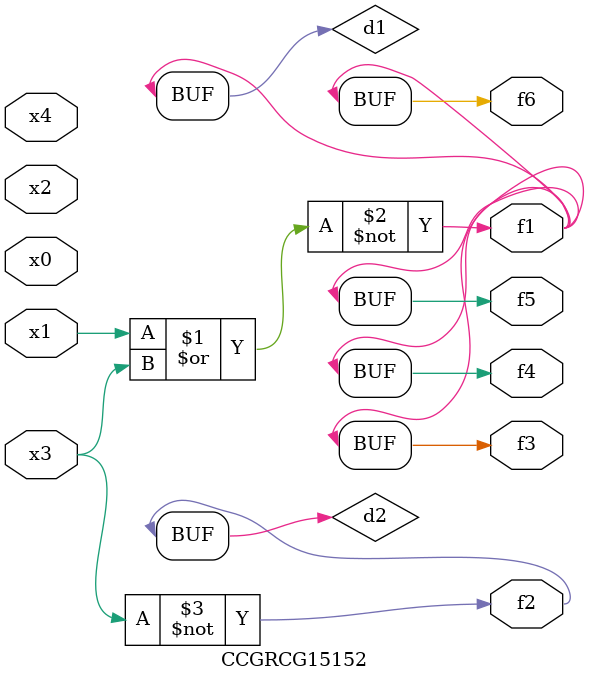
<source format=v>
module CCGRCG15152(
	input x0, x1, x2, x3, x4,
	output f1, f2, f3, f4, f5, f6
);

	wire d1, d2;

	nor (d1, x1, x3);
	not (d2, x3);
	assign f1 = d1;
	assign f2 = d2;
	assign f3 = d1;
	assign f4 = d1;
	assign f5 = d1;
	assign f6 = d1;
endmodule

</source>
